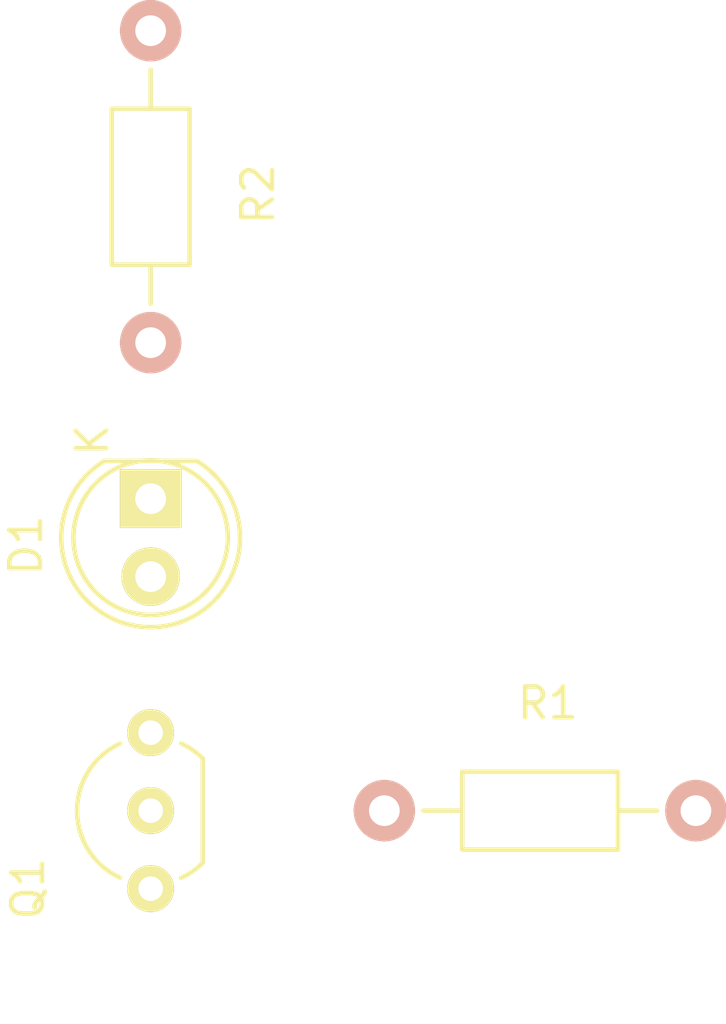
<source format=kicad_pcb>
(kicad_pcb (version 4) (host pcbnew 4.0.1-3.201512221401+6198~38~ubuntu15.10.1-stable)

  (general
    (links 3)
    (no_connects 3)
    (area 125.395 90.061 170.10949 125.65949)
    (thickness 1.6)
    (drawings 0)
    (tracks 0)
    (zones 0)
    (modules 4)
    (nets 7)
  )

  (page A4)
  (layers
    (0 F.Cu signal)
    (31 B.Cu signal)
    (32 B.Adhes user)
    (33 F.Adhes user)
    (34 B.Paste user)
    (35 F.Paste user)
    (36 B.SilkS user)
    (37 F.SilkS user)
    (38 B.Mask user)
    (39 F.Mask user)
    (40 Dwgs.User user)
    (41 Cmts.User user)
    (42 Eco1.User user)
    (43 Eco2.User user)
    (44 Edge.Cuts user)
    (45 Margin user)
    (46 B.CrtYd user)
    (47 F.CrtYd user)
    (48 B.Fab user)
    (49 F.Fab user)
  )

  (setup
    (last_trace_width 0.25)
    (trace_clearance 0.2)
    (zone_clearance 0.508)
    (zone_45_only no)
    (trace_min 0.2)
    (segment_width 0.2)
    (edge_width 0.15)
    (via_size 0.6)
    (via_drill 0.4)
    (via_min_size 0.4)
    (via_min_drill 0.3)
    (uvia_size 0.3)
    (uvia_drill 0.1)
    (uvias_allowed no)
    (uvia_min_size 0.2)
    (uvia_min_drill 0.1)
    (pcb_text_width 0.3)
    (pcb_text_size 1.5 1.5)
    (mod_edge_width 0.15)
    (mod_text_size 1 1)
    (mod_text_width 0.15)
    (pad_size 1.524 1.524)
    (pad_drill 0.762)
    (pad_to_mask_clearance 0.2)
    (aux_axis_origin 0 0)
    (visible_elements FFFFFF7F)
    (pcbplotparams
      (layerselection 0x00030_80000001)
      (usegerberextensions false)
      (excludeedgelayer true)
      (linewidth 0.100000)
      (plotframeref false)
      (viasonmask false)
      (mode 1)
      (useauxorigin false)
      (hpglpennumber 1)
      (hpglpenspeed 20)
      (hpglpendiameter 15)
      (hpglpenoverlay 2)
      (psnegative false)
      (psa4output false)
      (plotreference true)
      (plotvalue true)
      (plotinvisibletext false)
      (padsonsilk false)
      (subtractmaskfromsilk false)
      (outputformat 1)
      (mirror false)
      (drillshape 1)
      (scaleselection 1)
      (outputdirectory ""))
  )

  (net 0 "")
  (net 1 "Net-(D1-Pad1)")
  (net 2 "Net-(D1-Pad2)")
  (net 3 GND)
  (net 4 /UC)
  (net 5 VCC)
  (net 6 "Net-(Q1-Pad2)")

  (net_class Default "This is the default net class."
    (clearance 0.2)
    (trace_width 0.25)
    (via_dia 0.6)
    (via_drill 0.4)
    (uvia_dia 0.3)
    (uvia_drill 0.1)
    (add_net /UC)
    (add_net GND)
    (add_net "Net-(D1-Pad1)")
    (add_net "Net-(D1-Pad2)")
    (add_net "Net-(Q1-Pad2)")
    (add_net VCC)
  )

  (module LEDs:LED-5MM (layer F.Cu) (tedit 5570F7EA) (tstamp 567D598B)
    (at 137.16 97.79 270)
    (descr "LED 5mm round vertical")
    (tags "LED 5mm round vertical")
    (path /567D51F1)
    (fp_text reference D1 (at 1.524 4.064 270) (layer F.SilkS)
      (effects (font (size 1 1) (thickness 0.15)))
    )
    (fp_text value LED (at 1.524 -3.937 270) (layer F.Fab)
      (effects (font (size 1 1) (thickness 0.15)))
    )
    (fp_line (start -1.5 -1.55) (end -1.5 1.55) (layer F.CrtYd) (width 0.05))
    (fp_arc (start 1.3 0) (end -1.5 1.55) (angle -302) (layer F.CrtYd) (width 0.05))
    (fp_arc (start 1.27 0) (end -1.23 -1.5) (angle 297.5) (layer F.SilkS) (width 0.15))
    (fp_line (start -1.23 1.5) (end -1.23 -1.5) (layer F.SilkS) (width 0.15))
    (fp_circle (center 1.27 0) (end 0.97 -2.5) (layer F.SilkS) (width 0.15))
    (fp_text user K (at -1.905 1.905 270) (layer F.SilkS)
      (effects (font (size 1 1) (thickness 0.15)))
    )
    (pad 1 thru_hole rect (at 0 0) (size 2 1.9) (drill 1.00076) (layers *.Cu *.Mask F.SilkS)
      (net 1 "Net-(D1-Pad1)"))
    (pad 2 thru_hole circle (at 2.54 0 270) (size 1.9 1.9) (drill 1.00076) (layers *.Cu *.Mask F.SilkS)
      (net 2 "Net-(D1-Pad2)"))
    (model LEDs.3dshapes/LED-5MM.wrl
      (at (xyz 0.05 0 0))
      (scale (xyz 1 1 1))
      (rotate (xyz 0 0 90))
    )
  )

  (module TO_SOT_Packages_THT:TO-92_Inline_Wide (layer F.Cu) (tedit 54F242B4) (tstamp 567D5992)
    (at 137.16 110.49 90)
    (descr "TO-92 leads in-line, wide, drill 0.8mm (see NXP sot054_po.pdf)")
    (tags "to-92 sc-43 sc-43a sot54 PA33 transistor")
    (path /567D5B5B)
    (fp_text reference Q1 (at 0 -4 270) (layer F.SilkS)
      (effects (font (size 1 1) (thickness 0.15)))
    )
    (fp_text value Q_NPN_EBC (at 0 3 90) (layer F.Fab)
      (effects (font (size 1 1) (thickness 0.15)))
    )
    (fp_arc (start 2.54 0) (end 0.84 1.7) (angle 20.5) (layer F.SilkS) (width 0.15))
    (fp_arc (start 2.54 0) (end 4.24 1.7) (angle -20.5) (layer F.SilkS) (width 0.15))
    (fp_line (start -1 1.95) (end -1 -2.65) (layer F.CrtYd) (width 0.05))
    (fp_line (start -1 1.95) (end 6.1 1.95) (layer F.CrtYd) (width 0.05))
    (fp_line (start 0.84 1.7) (end 4.24 1.7) (layer F.SilkS) (width 0.15))
    (fp_arc (start 2.54 0) (end 2.54 -2.4) (angle -65.55604127) (layer F.SilkS) (width 0.15))
    (fp_arc (start 2.54 0) (end 2.54 -2.4) (angle 65.55604127) (layer F.SilkS) (width 0.15))
    (fp_line (start -1 -2.65) (end 6.1 -2.65) (layer F.CrtYd) (width 0.05))
    (fp_line (start 6.1 1.95) (end 6.1 -2.65) (layer F.CrtYd) (width 0.05))
    (pad 2 thru_hole circle (at 2.54 0 180) (size 1.524 1.524) (drill 0.8) (layers *.Cu *.Mask F.SilkS)
      (net 6 "Net-(Q1-Pad2)"))
    (pad 3 thru_hole circle (at 5.08 0 180) (size 1.524 1.524) (drill 0.8) (layers *.Cu *.Mask F.SilkS)
      (net 2 "Net-(D1-Pad2)"))
    (pad 1 thru_hole circle (at 0 0 180) (size 1.524 1.524) (drill 0.8) (layers *.Cu *.Mask F.SilkS)
      (net 3 GND))
    (model TO_SOT_Packages_THT.3dshapes/TO-92_Inline_Wide.wrl
      (at (xyz 0.1 0 0))
      (scale (xyz 1 1 1))
      (rotate (xyz 0 0 -90))
    )
  )

  (module Resistors_ThroughHole:Resistor_Horizontal_RM10mm (layer F.Cu) (tedit 53F56209) (tstamp 567D5998)
    (at 149.86 107.95)
    (descr "Resistor, Axial,  RM 10mm, 1/3W,")
    (tags "Resistor, Axial, RM 10mm, 1/3W,")
    (path /567D5126)
    (fp_text reference R1 (at 0.24892 -3.50012) (layer F.SilkS)
      (effects (font (size 1 1) (thickness 0.15)))
    )
    (fp_text value 10K (at 3.81 3.81) (layer F.Fab)
      (effects (font (size 1 1) (thickness 0.15)))
    )
    (fp_line (start -2.54 -1.27) (end 2.54 -1.27) (layer F.SilkS) (width 0.15))
    (fp_line (start 2.54 -1.27) (end 2.54 1.27) (layer F.SilkS) (width 0.15))
    (fp_line (start 2.54 1.27) (end -2.54 1.27) (layer F.SilkS) (width 0.15))
    (fp_line (start -2.54 1.27) (end -2.54 -1.27) (layer F.SilkS) (width 0.15))
    (fp_line (start -2.54 0) (end -3.81 0) (layer F.SilkS) (width 0.15))
    (fp_line (start 2.54 0) (end 3.81 0) (layer F.SilkS) (width 0.15))
    (pad 1 thru_hole circle (at -5.08 0) (size 1.99898 1.99898) (drill 1.00076) (layers *.Cu *.SilkS *.Mask)
      (net 6 "Net-(Q1-Pad2)"))
    (pad 2 thru_hole circle (at 5.08 0) (size 1.99898 1.99898) (drill 1.00076) (layers *.Cu *.SilkS *.Mask)
      (net 4 /UC))
    (model Resistors_ThroughHole.3dshapes/Resistor_Horizontal_RM10mm.wrl
      (at (xyz 0 0 0))
      (scale (xyz 0.4 0.4 0.4))
      (rotate (xyz 0 0 0))
    )
  )

  (module Resistors_ThroughHole:Resistor_Horizontal_RM10mm (layer F.Cu) (tedit 53F56209) (tstamp 567D599E)
    (at 137.16 87.63 270)
    (descr "Resistor, Axial,  RM 10mm, 1/3W,")
    (tags "Resistor, Axial, RM 10mm, 1/3W,")
    (path /567D50C9)
    (fp_text reference R2 (at 0.24892 -3.50012 270) (layer F.SilkS)
      (effects (font (size 1 1) (thickness 0.15)))
    )
    (fp_text value 82 (at 3.81 3.81 270) (layer F.Fab)
      (effects (font (size 1 1) (thickness 0.15)))
    )
    (fp_line (start -2.54 -1.27) (end 2.54 -1.27) (layer F.SilkS) (width 0.15))
    (fp_line (start 2.54 -1.27) (end 2.54 1.27) (layer F.SilkS) (width 0.15))
    (fp_line (start 2.54 1.27) (end -2.54 1.27) (layer F.SilkS) (width 0.15))
    (fp_line (start -2.54 1.27) (end -2.54 -1.27) (layer F.SilkS) (width 0.15))
    (fp_line (start -2.54 0) (end -3.81 0) (layer F.SilkS) (width 0.15))
    (fp_line (start 2.54 0) (end 3.81 0) (layer F.SilkS) (width 0.15))
    (pad 1 thru_hole circle (at -5.08 0 270) (size 1.99898 1.99898) (drill 1.00076) (layers *.Cu *.SilkS *.Mask)
      (net 5 VCC))
    (pad 2 thru_hole circle (at 5.08 0 270) (size 1.99898 1.99898) (drill 1.00076) (layers *.Cu *.SilkS *.Mask)
      (net 1 "Net-(D1-Pad1)"))
    (model Resistors_ThroughHole.3dshapes/Resistor_Horizontal_RM10mm.wrl
      (at (xyz 0 0 0))
      (scale (xyz 0.4 0.4 0.4))
      (rotate (xyz 0 0 0))
    )
  )

)

</source>
